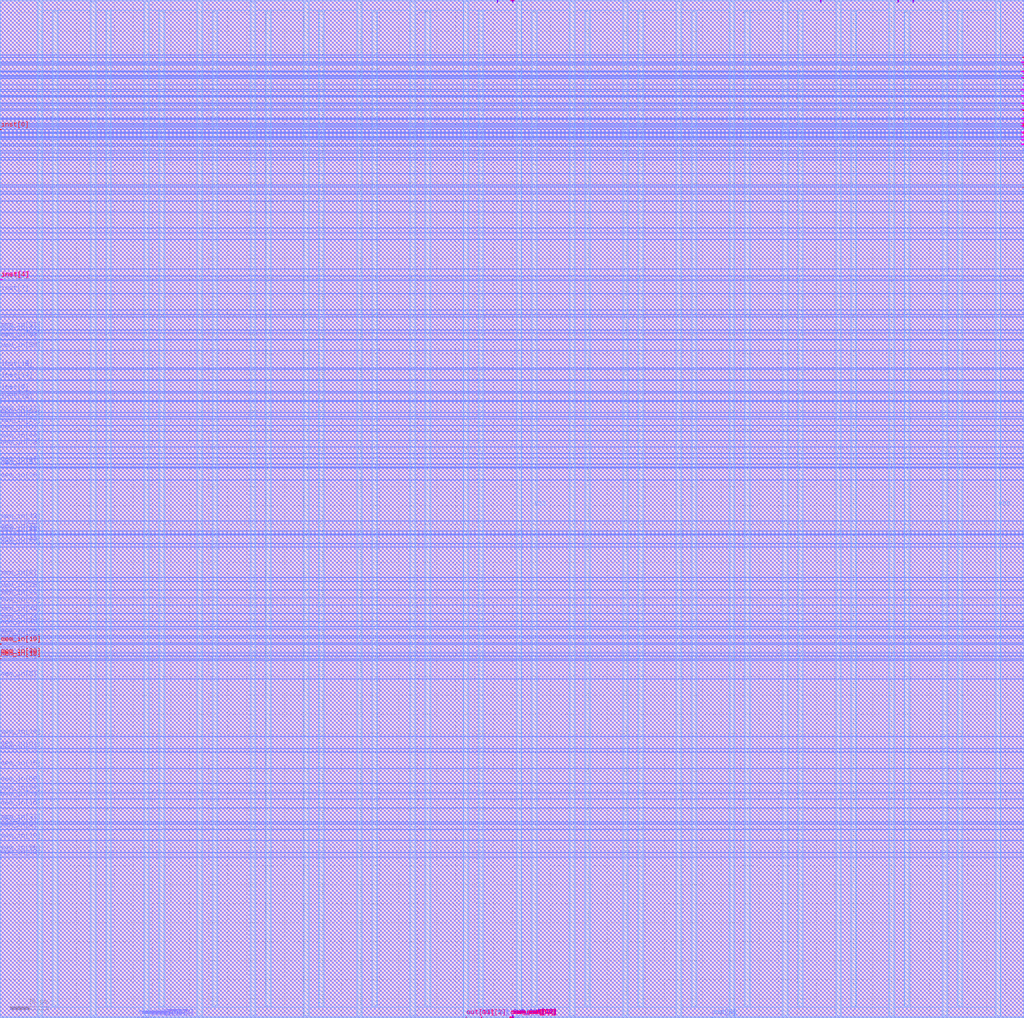
<source format=lef>
##
## LEF for PtnCells ;
## created by Innovus v15.23-s045_1 on Sun Mar  9 14:20:26 2025
##

VERSION 5.8 ;

BUSBITCHARS "[]" ;
DIVIDERCHAR "/" ;

MACRO core
  CLASS BLOCK ;
  SIZE 539.6000 BY 536.6000 ;
  FOREIGN core 0.0000 0.0000 ;
  ORIGIN 0 0 ;
  SYMMETRY X Y R90 ;
  PIN clk
    DIRECTION INPUT ;
    USE SIGNAL ;
    PORT
      LAYER M3 ;
        RECT 539.0800 261.7500 539.6000 261.8500 ;
    END
  END clk
  PIN sum_out[23]
    DIRECTION OUTPUT ;
    USE SIGNAL ;
    PORT
      LAYER M6 ;
        RECT 269.6500 536.0800 269.7500 536.6000 ;
    END
  END sum_out[23]
  PIN sum_out[22]
    DIRECTION OUTPUT ;
    USE SIGNAL ;
    PORT
      LAYER M2 ;
        RECT 269.6500 0.0000 269.7500 0.5200 ;
    END
  END sum_out[22]
  PIN sum_out[21]
    DIRECTION OUTPUT ;
    USE SIGNAL ;
    PORT
      LAYER M4 ;
        RECT 269.6500 0.0000 269.7500 0.5200 ;
    END
  END sum_out[21]
  PIN sum_out[20]
    DIRECTION OUTPUT ;
    USE SIGNAL ;
    PORT
      LAYER M6 ;
        RECT 269.8500 0.0000 269.9500 0.5200 ;
    END
  END sum_out[20]
  PIN sum_out[19]
    DIRECTION OUTPUT ;
    USE SIGNAL ;
    PORT
      LAYER M6 ;
        RECT 269.4500 0.0000 269.5500 0.5200 ;
    END
  END sum_out[19]
  PIN sum_out[18]
    DIRECTION OUTPUT ;
    USE SIGNAL ;
    PORT
      LAYER M8 ;
        RECT 269.9000 0.0000 270.3000 1.4150 ;
    END
  END sum_out[18]
  PIN sum_out[17]
    DIRECTION OUTPUT ;
    USE SIGNAL ;
    PORT
      LAYER M2 ;
        RECT 269.2500 536.0800 269.3500 536.6000 ;
    END
  END sum_out[17]
  PIN sum_out[16]
    DIRECTION OUTPUT ;
    USE SIGNAL ;
    PORT
      LAYER M4 ;
        RECT 269.2500 536.0800 269.3500 536.6000 ;
    END
  END sum_out[16]
  PIN sum_out[15]
    DIRECTION OUTPUT ;
    USE SIGNAL ;
    PORT
      LAYER M6 ;
        RECT 269.2500 536.0800 269.3500 536.6000 ;
    END
  END sum_out[15]
  PIN sum_out[14]
    DIRECTION OUTPUT ;
    USE SIGNAL ;
    PORT
      LAYER M2 ;
        RECT 269.2500 0.0000 269.3500 0.5200 ;
    END
  END sum_out[14]
  PIN sum_out[13]
    DIRECTION OUTPUT ;
    USE SIGNAL ;
    PORT
      LAYER M4 ;
        RECT 269.2500 0.0000 269.3500 0.5200 ;
    END
  END sum_out[13]
  PIN sum_out[12]
    DIRECTION OUTPUT ;
    USE SIGNAL ;
    PORT
      LAYER M6 ;
        RECT 270.2500 0.0000 270.3500 0.5200 ;
    END
  END sum_out[12]
  PIN sum_out[11]
    DIRECTION OUTPUT ;
    USE SIGNAL ;
    PORT
      LAYER M6 ;
        RECT 270.4500 536.0800 270.5500 536.6000 ;
    END
  END sum_out[11]
  PIN sum_out[10]
    DIRECTION OUTPUT ;
    USE SIGNAL ;
    PORT
      LAYER M6 ;
        RECT 269.0500 0.0000 269.1500 0.5200 ;
    END
  END sum_out[10]
  PIN sum_out[9]
    DIRECTION OUTPUT ;
    USE SIGNAL ;
    PORT
      LAYER M2 ;
        RECT 268.8500 536.0800 268.9500 536.6000 ;
    END
  END sum_out[9]
  PIN sum_out[8]
    DIRECTION OUTPUT ;
    USE SIGNAL ;
    PORT
      LAYER M4 ;
        RECT 268.8500 536.0800 268.9500 536.6000 ;
    END
  END sum_out[8]
  PIN sum_out[7]
    DIRECTION OUTPUT ;
    USE SIGNAL ;
    PORT
      LAYER M6 ;
        RECT 268.8500 536.0800 268.9500 536.6000 ;
    END
  END sum_out[7]
  PIN sum_out[6]
    DIRECTION OUTPUT ;
    USE SIGNAL ;
    PORT
      LAYER M2 ;
        RECT 268.8500 0.0000 268.9500 0.5200 ;
    END
  END sum_out[6]
  PIN sum_out[5]
    DIRECTION OUTPUT ;
    USE SIGNAL ;
    PORT
      LAYER M4 ;
        RECT 268.8500 0.0000 268.9500 0.5200 ;
    END
  END sum_out[5]
  PIN sum_out[4]
    DIRECTION OUTPUT ;
    USE SIGNAL ;
    PORT
      LAYER M6 ;
        RECT 270.6500 0.0000 270.7500 0.5200 ;
    END
  END sum_out[4]
  PIN sum_out[3]
    DIRECTION OUTPUT ;
    USE SIGNAL ;
    PORT
      LAYER M2 ;
        RECT 270.8500 536.0800 270.9500 536.6000 ;
    END
  END sum_out[3]
  PIN sum_out[2]
    DIRECTION OUTPUT ;
    USE SIGNAL ;
    PORT
      LAYER M4 ;
        RECT 270.8500 536.0800 270.9500 536.6000 ;
    END
  END sum_out[2]
  PIN sum_out[1]
    DIRECTION OUTPUT ;
    USE SIGNAL ;
    PORT
      LAYER M6 ;
        RECT 270.8500 536.0800 270.9500 536.6000 ;
    END
  END sum_out[1]
  PIN sum_out[0]
    DIRECTION OUTPUT ;
    USE SIGNAL ;
    PORT
      LAYER M6 ;
        RECT 268.6500 0.0000 268.7500 0.5200 ;
    END
  END sum_out[0]
  PIN mem_in[63]
    DIRECTION INPUT ;
    USE SIGNAL ;
    PORT
      LAYER M3 ;
        RECT 0.0000 315.5500 0.5200 315.6500 ;
    END
  END mem_in[63]
  PIN mem_in[62]
    DIRECTION INPUT ;
    USE SIGNAL ;
    PORT
      LAYER M3 ;
        RECT 0.0000 201.1500 0.5200 201.2500 ;
    END
  END mem_in[62]
  PIN mem_in[61]
    DIRECTION INPUT ;
    USE SIGNAL ;
    PORT
      LAYER M3 ;
        RECT 0.0000 141.9500 0.5200 142.0500 ;
    END
  END mem_in[61]
  PIN mem_in[60]
    DIRECTION INPUT ;
    USE SIGNAL ;
    PORT
      LAYER M3 ;
        RECT 0.0000 254.9500 0.5200 255.0500 ;
    END
  END mem_in[60]
  PIN mem_in[59]
    DIRECTION INPUT ;
    USE SIGNAL ;
    PORT
      LAYER M3 ;
        RECT 0.0000 123.3500 0.5200 123.4500 ;
    END
  END mem_in[59]
  PIN mem_in[58]
    DIRECTION INPUT ;
    USE SIGNAL ;
    PORT
      LAYER M3 ;
        RECT 0.0000 248.1500 0.5200 248.2500 ;
    END
  END mem_in[58]
  PIN mem_in[57]
    DIRECTION INPUT ;
    USE SIGNAL ;
    PORT
      LAYER M3 ;
        RECT 0.0000 189.1500 0.5200 189.2500 ;
    END
  END mem_in[57]
  PIN mem_in[56]
    DIRECTION INPUT ;
    USE SIGNAL ;
    PORT
      LAYER M3 ;
        RECT 0.0000 86.9500 0.5200 87.0500 ;
    END
  END mem_in[56]
  PIN mem_in[55]
    DIRECTION INPUT ;
    USE SIGNAL ;
    PORT
      LAYER M3 ;
        RECT 0.0000 221.3500 0.5200 221.4500 ;
    END
  END mem_in[55]
  PIN mem_in[54]
    DIRECTION INPUT ;
    USE SIGNAL ;
    PORT
      LAYER M3 ;
        RECT 0.0000 118.5500 0.5200 118.6500 ;
    END
  END mem_in[54]
  PIN mem_in[53]
    DIRECTION INPUT ;
    USE SIGNAL ;
    PORT
      LAYER M3 ;
        RECT 0.0000 316.9500 0.5200 317.0500 ;
    END
  END mem_in[53]
  PIN mem_in[52]
    DIRECTION INPUT ;
    USE SIGNAL ;
    PORT
      LAYER M3 ;
        RECT 0.0000 357.5500 0.5200 357.6500 ;
    END
  END mem_in[52]
  PIN mem_in[51]
    DIRECTION INPUT ;
    USE SIGNAL ;
    PORT
      LAYER M3 ;
        RECT 0.0000 362.5500 0.5200 362.6500 ;
    END
  END mem_in[51]
  PIN mem_in[50]
    DIRECTION INPUT ;
    USE SIGNAL ;
    PORT
      LAYER M3 ;
        RECT 0.0000 351.7500 0.5200 351.8500 ;
    END
  END mem_in[50]
  PIN mem_in[49]
    DIRECTION INPUT ;
    USE SIGNAL ;
    PORT
      LAYER M3 ;
        RECT 0.0000 206.1500 0.5200 206.2500 ;
    END
  END mem_in[49]
  PIN mem_in[48]
    DIRECTION INPUT ;
    USE SIGNAL ;
    PORT
      LAYER M3 ;
        RECT 0.0000 192.3500 0.5200 192.4500 ;
    END
  END mem_in[48]
  PIN mem_in[47]
    DIRECTION INPUT ;
    USE SIGNAL ;
    PORT
      LAYER M3 ;
        RECT 0.0000 190.5500 0.5200 190.6500 ;
    END
  END mem_in[47]
  PIN mem_in[46]
    DIRECTION INPUT ;
    USE SIGNAL ;
    PORT
      LAYER M3 ;
        RECT 0.0000 254.3500 0.5200 254.4500 ;
    END
  END mem_in[46]
  PIN mem_in[45]
    DIRECTION INPUT ;
    USE SIGNAL ;
    PORT
      LAYER M3 ;
        RECT 0.0000 197.5500 0.5200 197.6500 ;
    END
  END mem_in[45]
  PIN mem_in[44]
    DIRECTION INPUT ;
    USE SIGNAL ;
    PORT
      LAYER M3 ;
        RECT 0.0000 304.1500 0.5200 304.2500 ;
    END
  END mem_in[44]
  PIN mem_in[43]
    DIRECTION INPUT ;
    USE SIGNAL ;
    PORT
      LAYER M3 ;
        RECT 0.0000 261.7500 0.5200 261.8500 ;
    END
  END mem_in[43]
  PIN mem_in[42]
    DIRECTION INPUT ;
    USE SIGNAL ;
    PORT
      LAYER M3 ;
        RECT 0.0000 360.9500 0.5200 361.0500 ;
    END
  END mem_in[42]
  PIN mem_in[41]
    DIRECTION INPUT ;
    USE SIGNAL ;
    PORT
      LAYER M3 ;
        RECT 0.0000 289.7500 0.5200 289.8500 ;
    END
  END mem_in[41]
  PIN mem_in[40]
    DIRECTION INPUT ;
    USE SIGNAL ;
    PORT
      LAYER M3 ;
        RECT 0.0000 212.9500 0.5200 213.0500 ;
    END
  END mem_in[40]
  PIN mem_in[39]
    DIRECTION INPUT ;
    USE SIGNAL ;
    PORT
      LAYER M3 ;
        RECT 0.0000 115.1500 0.5200 115.2500 ;
    END
  END mem_in[39]
  PIN mem_in[38]
    DIRECTION INPUT ;
    USE SIGNAL ;
    PORT
      LAYER M3 ;
        RECT 0.0000 256.5500 0.5200 256.6500 ;
    END
  END mem_in[38]
  PIN mem_in[37]
    DIRECTION INPUT ;
    USE SIGNAL ;
    PORT
      LAYER M2 ;
        RECT 72.6500 0.0000 72.7500 0.5200 ;
    END
  END mem_in[37]
  PIN mem_in[36]
    DIRECTION INPUT ;
    USE SIGNAL ;
    PORT
      LAYER M2 ;
        RECT 74.6500 0.0000 74.7500 0.5200 ;
    END
  END mem_in[36]
  PIN mem_in[35]
    DIRECTION INPUT ;
    USE SIGNAL ;
    PORT
      LAYER M2 ;
        RECT 73.4500 0.0000 73.5500 0.5200 ;
    END
  END mem_in[35]
  PIN mem_in[34]
    DIRECTION INPUT ;
    USE SIGNAL ;
    PORT
      LAYER M2 ;
        RECT 77.2500 0.0000 77.3500 0.5200 ;
    END
  END mem_in[34]
  PIN mem_in[33]
    DIRECTION INPUT ;
    USE SIGNAL ;
    PORT
      LAYER M3 ;
        RECT 0.0000 103.1500 0.5200 103.2500 ;
    END
  END mem_in[33]
  PIN mem_in[32]
    DIRECTION INPUT ;
    USE SIGNAL ;
    PORT
      LAYER M3 ;
        RECT 0.0000 300.7500 0.5200 300.8500 ;
    END
  END mem_in[32]
  PIN mem_in[31]
    DIRECTION INPUT ;
    USE SIGNAL ;
    PORT
      LAYER M2 ;
        RECT 75.0500 0.0000 75.1500 0.5200 ;
    END
  END mem_in[31]
  PIN mem_in[30]
    DIRECTION INPUT ;
    USE SIGNAL ;
    PORT
      LAYER M5 ;
        RECT 0.0000 190.5500 0.5200 190.6500 ;
    END
  END mem_in[30]
  PIN mem_in[29]
    DIRECTION INPUT ;
    USE SIGNAL ;
    PORT
      LAYER M3 ;
        RECT 0.0000 249.9500 0.5200 250.0500 ;
    END
  END mem_in[29]
  PIN mem_in[28]
    DIRECTION INPUT ;
    USE SIGNAL ;
    PORT
      LAYER M3 ;
        RECT 0.0000 283.3500 0.5200 283.4500 ;
    END
  END mem_in[28]
  PIN mem_in[27]
    DIRECTION INPUT ;
    USE SIGNAL ;
    PORT
      LAYER M3 ;
        RECT 0.0000 200.1500 0.5200 200.2500 ;
    END
  END mem_in[27]
  PIN mem_in[26]
    DIRECTION INPUT ;
    USE SIGNAL ;
    PORT
      LAYER M3 ;
        RECT 0.0000 225.3500 0.5200 225.4500 ;
    END
  END mem_in[26]
  PIN mem_in[25]
    DIRECTION INPUT ;
    USE SIGNAL ;
    PORT
      LAYER M2 ;
        RECT 80.6500 0.0000 80.7500 0.5200 ;
    END
  END mem_in[25]
  PIN mem_in[24]
    DIRECTION INPUT ;
    USE SIGNAL ;
    PORT
      LAYER M3 ;
        RECT 0.0000 208.7500 0.5200 208.8500 ;
    END
  END mem_in[24]
  PIN mem_in[23]
    DIRECTION INPUT ;
    USE SIGNAL ;
    PORT
      LAYER M2 ;
        RECT 81.0500 0.0000 81.1500 0.5200 ;
    END
  END mem_in[23]
  PIN mem_in[22]
    DIRECTION INPUT ;
    USE SIGNAL ;
    PORT
      LAYER M2 ;
        RECT 76.6500 0.0000 76.7500 0.5200 ;
    END
  END mem_in[22]
  PIN mem_in[21]
    DIRECTION INPUT ;
    USE SIGNAL ;
    PORT
      LAYER M2 ;
        RECT 78.0500 0.0000 78.1500 0.5200 ;
    END
  END mem_in[21]
  PIN mem_in[20]
    DIRECTION INPUT ;
    USE SIGNAL ;
    PORT
      LAYER M3 ;
        RECT 0.0000 312.1500 0.5200 312.2500 ;
    END
  END mem_in[20]
  PIN mem_in[19]
    DIRECTION INPUT ;
    USE SIGNAL ;
    PORT
      LAYER M5 ;
        RECT 0.0000 196.9500 0.5200 197.0500 ;
    END
  END mem_in[19]
  PIN mem_in[18]
    DIRECTION INPUT ;
    USE SIGNAL ;
    PORT
      LAYER M5 ;
        RECT 0.0000 189.1500 0.5200 189.2500 ;
    END
  END mem_in[18]
  PIN mem_in[17]
    DIRECTION INPUT ;
    USE SIGNAL ;
    PORT
      LAYER M3 ;
        RECT 0.0000 291.9500 0.5200 292.0500 ;
    END
  END mem_in[17]
  PIN mem_in[16]
    DIRECTION INPUT ;
    USE SIGNAL ;
    PORT
      LAYER M3 ;
        RECT 0.0000 110.5500 0.5200 110.6500 ;
    END
  END mem_in[16]
  PIN mem_in[15]
    DIRECTION INPUT ;
    USE SIGNAL ;
    PORT
      LAYER M3 ;
        RECT 0.0000 131.3500 0.5200 131.4500 ;
    END
  END mem_in[15]
  PIN mem_in[14]
    DIRECTION INPUT ;
    USE SIGNAL ;
    PORT
      LAYER M3 ;
        RECT 0.0000 148.1500 0.5200 148.2500 ;
    END
  END mem_in[14]
  PIN mem_in[13]
    DIRECTION INPUT ;
    USE SIGNAL ;
    PORT
      LAYER M3 ;
        RECT 0.0000 84.5500 0.5200 84.6500 ;
    END
  END mem_in[13]
  PIN mem_in[12]
    DIRECTION INPUT ;
    USE SIGNAL ;
    PORT
      LAYER M3 ;
        RECT 0.0000 217.5500 0.5200 217.6500 ;
    END
  END mem_in[12]
  PIN mem_in[11]
    DIRECTION INPUT ;
    USE SIGNAL ;
    PORT
      LAYER M3 ;
        RECT 0.0000 318.9500 0.5200 319.0500 ;
    END
  END mem_in[11]
  PIN mem_in[10]
    DIRECTION INPUT ;
    USE SIGNAL ;
    PORT
      LAYER M3 ;
        RECT 0.0000 93.3500 0.5200 93.4500 ;
    END
  END mem_in[10]
  PIN mem_in[9]
    DIRECTION INPUT ;
    USE SIGNAL ;
    PORT
      LAYER M3 ;
        RECT 0.0000 290.3500 0.5200 290.4500 ;
    END
  END mem_in[9]
  PIN mem_in[8]
    DIRECTION INPUT ;
    USE SIGNAL ;
    PORT
      LAYER M3 ;
        RECT 0.0000 178.5500 0.5200 178.6500 ;
    END
  END mem_in[8]
  PIN mem_in[7]
    DIRECTION INPUT ;
    USE SIGNAL ;
    PORT
      LAYER M3 ;
        RECT 0.0000 188.3500 0.5200 188.4500 ;
    END
  END mem_in[7]
  PIN mem_in[6]
    DIRECTION INPUT ;
    USE SIGNAL ;
    PORT
      LAYER M3 ;
        RECT 0.0000 231.9500 0.5200 232.0500 ;
    END
  END mem_in[6]
  PIN mem_in[5]
    DIRECTION INPUT ;
    USE SIGNAL ;
    PORT
      LAYER M3 ;
        RECT 0.0000 308.9500 0.5200 309.0500 ;
    END
  END mem_in[5]
  PIN mem_in[4]
    DIRECTION INPUT ;
    USE SIGNAL ;
    PORT
      LAYER M3 ;
        RECT 0.0000 357.1500 0.5200 357.2500 ;
    END
  END mem_in[4]
  PIN mem_in[3]
    DIRECTION INPUT ;
    USE SIGNAL ;
    PORT
      LAYER M3 ;
        RECT 0.0000 102.1500 0.5200 102.2500 ;
    END
  END mem_in[3]
  PIN mem_in[2]
    DIRECTION INPUT ;
    USE SIGNAL ;
    PORT
      LAYER M3 ;
        RECT 0.0000 139.9500 0.5200 140.0500 ;
    END
  END mem_in[2]
  PIN mem_in[1]
    DIRECTION INPUT ;
    USE SIGNAL ;
    PORT
      LAYER M2 ;
        RECT 75.6500 0.0000 75.7500 0.5200 ;
    END
  END mem_in[1]
  PIN mem_in[0]
    DIRECTION INPUT ;
    USE SIGNAL ;
    PORT
      LAYER M3 ;
        RECT 0.0000 99.1500 0.5200 99.2500 ;
    END
  END mem_in[0]
  PIN out[159]
    DIRECTION OUTPUT ;
    USE SIGNAL ;
    PORT
      LAYER M3 ;
        RECT 539.0800 430.5500 539.6000 430.6500 ;
    END
  END out[159]
  PIN out[158]
    DIRECTION OUTPUT ;
    USE SIGNAL ;
    PORT
      LAYER M3 ;
        RECT 539.0800 444.9500 539.6000 445.0500 ;
    END
  END out[158]
  PIN out[157]
    DIRECTION OUTPUT ;
    USE SIGNAL ;
    PORT
      LAYER M3 ;
        RECT 539.0800 455.7500 539.6000 455.8500 ;
    END
  END out[157]
  PIN out[156]
    DIRECTION OUTPUT ;
    USE SIGNAL ;
    PORT
      LAYER M3 ;
        RECT 539.0800 413.7500 539.6000 413.8500 ;
    END
  END out[156]
  PIN out[155]
    DIRECTION OUTPUT ;
    USE SIGNAL ;
    PORT
      LAYER M3 ;
        RECT 539.0800 434.1500 539.6000 434.2500 ;
    END
  END out[155]
  PIN out[154]
    DIRECTION OUTPUT ;
    USE SIGNAL ;
    PORT
      LAYER M3 ;
        RECT 539.0800 495.3500 539.6000 495.4500 ;
    END
  END out[154]
  PIN out[153]
    DIRECTION OUTPUT ;
    USE SIGNAL ;
    PORT
      LAYER M3 ;
        RECT 539.0800 437.7500 539.6000 437.8500 ;
    END
  END out[153]
  PIN out[152]
    DIRECTION OUTPUT ;
    USE SIGNAL ;
    PORT
      LAYER M3 ;
        RECT 539.0800 452.1500 539.6000 452.2500 ;
    END
  END out[152]
  PIN out[151]
    DIRECTION OUTPUT ;
    USE SIGNAL ;
    PORT
      LAYER M5 ;
        RECT 539.0800 437.7500 539.6000 437.8500 ;
    END
  END out[151]
  PIN out[150]
    DIRECTION OUTPUT ;
    USE SIGNAL ;
    PORT
      LAYER M3 ;
        RECT 539.0800 369.3500 539.6000 369.4500 ;
    END
  END out[150]
  PIN out[149]
    DIRECTION OUTPUT ;
    USE SIGNAL ;
    PORT
      LAYER M3 ;
        RECT 539.0800 498.9500 539.6000 499.0500 ;
    END
  END out[149]
  PIN out[148]
    DIRECTION OUTPUT ;
    USE SIGNAL ;
    PORT
      LAYER M3 ;
        RECT 539.0800 496.5500 539.6000 496.6500 ;
    END
  END out[148]
  PIN out[147]
    DIRECTION OUTPUT ;
    USE SIGNAL ;
    PORT
      LAYER M3 ;
        RECT 539.0800 485.7500 539.6000 485.8500 ;
    END
  END out[147]
  PIN out[146]
    DIRECTION OUTPUT ;
    USE SIGNAL ;
    PORT
      LAYER M3 ;
        RECT 539.0800 489.3500 539.6000 489.4500 ;
    END
  END out[146]
  PIN out[145]
    DIRECTION OUTPUT ;
    USE SIGNAL ;
    PORT
      LAYER M3 ;
        RECT 539.0800 478.5500 539.6000 478.6500 ;
    END
  END out[145]
  PIN out[144]
    DIRECTION OUTPUT ;
    USE SIGNAL ;
    PORT
      LAYER M5 ;
        RECT 539.0800 489.3500 539.6000 489.4500 ;
    END
  END out[144]
  PIN out[143]
    DIRECTION OUTPUT ;
    USE SIGNAL ;
    PORT
      LAYER M5 ;
        RECT 539.0800 485.7500 539.6000 485.8500 ;
    END
  END out[143]
  PIN out[142]
    DIRECTION OUTPUT ;
    USE SIGNAL ;
    PORT
      LAYER M3 ;
        RECT 539.0800 482.1500 539.6000 482.2500 ;
    END
  END out[142]
  PIN out[141]
    DIRECTION OUTPUT ;
    USE SIGNAL ;
    PORT
      LAYER M7 ;
        RECT 538.1850 485.8000 539.6000 486.2000 ;
    END
  END out[141]
  PIN out[140]
    DIRECTION OUTPUT ;
    USE SIGNAL ;
    PORT
      LAYER M5 ;
        RECT 539.0800 482.1500 539.6000 482.2500 ;
    END
  END out[140]
  PIN out[139]
    DIRECTION OUTPUT ;
    USE SIGNAL ;
    PORT
      LAYER M3 ;
        RECT 539.0800 470.1500 539.6000 470.2500 ;
    END
  END out[139]
  PIN out[138]
    DIRECTION OUTPUT ;
    USE SIGNAL ;
    PORT
      LAYER M5 ;
        RECT 539.0800 478.5500 539.6000 478.6500 ;
    END
  END out[138]
  PIN out[137]
    DIRECTION OUTPUT ;
    USE SIGNAL ;
    PORT
      LAYER M3 ;
        RECT 539.0800 462.9500 539.6000 463.0500 ;
    END
  END out[137]
  PIN out[136]
    DIRECTION OUTPUT ;
    USE SIGNAL ;
    PORT
      LAYER M5 ;
        RECT 539.0800 462.9500 539.6000 463.0500 ;
    END
  END out[136]
  PIN out[135]
    DIRECTION OUTPUT ;
    USE SIGNAL ;
    PORT
      LAYER M3 ;
        RECT 539.0800 410.1500 539.6000 410.2500 ;
    END
  END out[135]
  PIN out[134]
    DIRECTION OUTPUT ;
    USE SIGNAL ;
    PORT
      LAYER M3 ;
        RECT 539.0800 460.5500 539.6000 460.6500 ;
    END
  END out[134]
  PIN out[133]
    DIRECTION OUTPUT ;
    USE SIGNAL ;
    PORT
      LAYER M3 ;
        RECT 539.0800 473.7500 539.6000 473.8500 ;
    END
  END out[133]
  PIN out[132]
    DIRECTION OUTPUT ;
    USE SIGNAL ;
    PORT
      LAYER M5 ;
        RECT 539.0800 470.1500 539.6000 470.2500 ;
    END
  END out[132]
  PIN out[131]
    DIRECTION OUTPUT ;
    USE SIGNAL ;
    PORT
      LAYER M7 ;
        RECT 538.1850 469.8000 539.6000 470.2000 ;
    END
  END out[131]
  PIN out[130]
    DIRECTION OUTPUT ;
    USE SIGNAL ;
    PORT
      LAYER M7 ;
        RECT 538.1850 478.6000 539.6000 479.0000 ;
    END
  END out[130]
  PIN out[129]
    DIRECTION OUTPUT ;
    USE SIGNAL ;
    PORT
      LAYER M5 ;
        RECT 539.0800 473.7500 539.6000 473.8500 ;
    END
  END out[129]
  PIN out[128]
    DIRECTION OUTPUT ;
    USE SIGNAL ;
    PORT
      LAYER M3 ;
        RECT 539.0800 478.1500 539.6000 478.2500 ;
    END
  END out[128]
  PIN out[127]
    DIRECTION OUTPUT ;
    USE SIGNAL ;
    PORT
      LAYER M3 ;
        RECT 539.0800 469.7500 539.6000 469.8500 ;
    END
  END out[127]
  PIN out[126]
    DIRECTION OUTPUT ;
    USE SIGNAL ;
    PORT
      LAYER M3 ;
        RECT 539.0800 466.5500 539.6000 466.6500 ;
    END
  END out[126]
  PIN out[125]
    DIRECTION OUTPUT ;
    USE SIGNAL ;
    PORT
      LAYER M5 ;
        RECT 539.0800 460.5500 539.6000 460.6500 ;
    END
  END out[125]
  PIN out[124]
    DIRECTION OUTPUT ;
    USE SIGNAL ;
    PORT
      LAYER M3 ;
        RECT 539.0800 464.1500 539.6000 464.2500 ;
    END
  END out[124]
  PIN out[123]
    DIRECTION OUTPUT ;
    USE SIGNAL ;
    PORT
      LAYER M7 ;
        RECT 538.1850 460.2000 539.6000 460.6000 ;
    END
  END out[123]
  PIN out[122]
    DIRECTION OUTPUT ;
    USE SIGNAL ;
    PORT
      LAYER M3 ;
        RECT 539.0800 438.9500 539.6000 439.0500 ;
    END
  END out[122]
  PIN out[121]
    DIRECTION OUTPUT ;
    USE SIGNAL ;
    PORT
      LAYER M3 ;
        RECT 539.0800 435.3500 539.6000 435.4500 ;
    END
  END out[121]
  PIN out[120]
    DIRECTION OUTPUT ;
    USE SIGNAL ;
    PORT
      LAYER M3 ;
        RECT 539.0800 370.5500 539.6000 370.6500 ;
    END
  END out[120]
  PIN out[119]
    DIRECTION OUTPUT ;
    USE SIGNAL ;
    PORT
      LAYER M2 ;
        RECT 473.2500 536.0800 473.3500 536.6000 ;
    END
  END out[119]
  PIN out[118]
    DIRECTION OUTPUT ;
    USE SIGNAL ;
    PORT
      LAYER M4 ;
        RECT 473.2500 536.0800 473.3500 536.6000 ;
    END
  END out[118]
  PIN out[117]
    DIRECTION OUTPUT ;
    USE SIGNAL ;
    PORT
      LAYER M6 ;
        RECT 473.2500 536.0800 473.3500 536.6000 ;
    END
  END out[117]
  PIN out[116]
    DIRECTION OUTPUT ;
    USE SIGNAL ;
    PORT
      LAYER M8 ;
        RECT 473.1000 535.1850 473.5000 536.6000 ;
    END
  END out[116]
  PIN out[115]
    DIRECTION OUTPUT ;
    USE SIGNAL ;
    PORT
      LAYER M7 ;
        RECT 538.1850 473.8000 539.6000 474.2000 ;
    END
  END out[115]
  PIN out[114]
    DIRECTION OUTPUT ;
    USE SIGNAL ;
    PORT
      LAYER M3 ;
        RECT 539.0800 471.3500 539.6000 471.4500 ;
    END
  END out[114]
  PIN out[113]
    DIRECTION OUTPUT ;
    USE SIGNAL ;
    PORT
      LAYER M3 ;
        RECT 539.0800 470.5500 539.6000 470.6500 ;
    END
  END out[113]
  PIN out[112]
    DIRECTION OUTPUT ;
    USE SIGNAL ;
    PORT
      LAYER M3 ;
        RECT 539.0800 502.5500 539.6000 502.6500 ;
    END
  END out[112]
  PIN out[111]
    DIRECTION OUTPUT ;
    USE SIGNAL ;
    PORT
      LAYER M5 ;
        RECT 539.0800 466.5500 539.6000 466.6500 ;
    END
  END out[111]
  PIN out[110]
    DIRECTION OUTPUT ;
    USE SIGNAL ;
    PORT
      LAYER M5 ;
        RECT 539.0800 464.1500 539.6000 464.2500 ;
    END
  END out[110]
  PIN out[109]
    DIRECTION OUTPUT ;
    USE SIGNAL ;
    PORT
      LAYER M2 ;
        RECT 416.2500 536.0800 416.3500 536.6000 ;
    END
  END out[109]
  PIN out[108]
    DIRECTION OUTPUT ;
    USE SIGNAL ;
    PORT
      LAYER M3 ;
        RECT 539.0800 453.3500 539.6000 453.4500 ;
    END
  END out[108]
  PIN out[107]
    DIRECTION OUTPUT ;
    USE SIGNAL ;
    PORT
      LAYER M3 ;
        RECT 539.0800 478.9500 539.6000 479.0500 ;
    END
  END out[107]
  PIN out[106]
    DIRECTION OUTPUT ;
    USE SIGNAL ;
    PORT
      LAYER M2 ;
        RECT 472.8500 536.0800 472.9500 536.6000 ;
    END
  END out[106]
  PIN out[105]
    DIRECTION OUTPUT ;
    USE SIGNAL ;
    PORT
      LAYER M3 ;
        RECT 539.0800 394.5500 539.6000 394.6500 ;
    END
  END out[105]
  PIN out[104]
    DIRECTION OUTPUT ;
    USE SIGNAL ;
    PORT
      LAYER M2 ;
        RECT 473.6500 536.0800 473.7500 536.6000 ;
    END
  END out[104]
  PIN out[103]
    DIRECTION OUTPUT ;
    USE SIGNAL ;
    PORT
      LAYER M5 ;
        RECT 539.0800 469.7500 539.6000 469.8500 ;
    END
  END out[103]
  PIN out[102]
    DIRECTION OUTPUT ;
    USE SIGNAL ;
    PORT
      LAYER M7 ;
        RECT 538.1850 466.6000 539.6000 467.0000 ;
    END
  END out[102]
  PIN out[101]
    DIRECTION OUTPUT ;
    USE SIGNAL ;
    PORT
      LAYER M7 ;
        RECT 538.1850 464.2000 539.6000 464.6000 ;
    END
  END out[101]
  PIN out[100]
    DIRECTION OUTPUT ;
    USE SIGNAL ;
    PORT
      LAYER M7 ;
        RECT 538.1850 462.6000 539.6000 463.0000 ;
    END
  END out[100]
  PIN out[99]
    DIRECTION OUTPUT ;
    USE SIGNAL ;
    PORT
      LAYER M7 ;
        RECT 538.1850 489.0000 539.6000 489.4000 ;
    END
  END out[99]
  PIN out[98]
    DIRECTION OUTPUT ;
    USE SIGNAL ;
    PORT
      LAYER M3 ;
        RECT 539.0800 488.1500 539.6000 488.2500 ;
    END
  END out[98]
  PIN out[97]
    DIRECTION OUTPUT ;
    USE SIGNAL ;
    PORT
      LAYER M3 ;
        RECT 539.0800 485.3500 539.6000 485.4500 ;
    END
  END out[97]
  PIN out[96]
    DIRECTION OUTPUT ;
    USE SIGNAL ;
    PORT
      LAYER M7 ;
        RECT 538.1850 481.8000 539.6000 482.2000 ;
    END
  END out[96]
  PIN out[95]
    DIRECTION OUTPUT ;
    USE SIGNAL ;
    PORT
      LAYER M3 ;
        RECT 539.0800 480.9500 539.6000 481.0500 ;
    END
  END out[95]
  PIN out[94]
    DIRECTION OUTPUT ;
    USE SIGNAL ;
    PORT
      LAYER M5 ;
        RECT 539.0800 478.1500 539.6000 478.2500 ;
    END
  END out[94]
  PIN out[93]
    DIRECTION OUTPUT ;
    USE SIGNAL ;
    PORT
      LAYER M2 ;
        RECT 489.2500 536.0800 489.3500 536.6000 ;
    END
  END out[93]
  PIN out[92]
    DIRECTION OUTPUT ;
    USE SIGNAL ;
    PORT
      LAYER M4 ;
        RECT 489.2500 536.0800 489.3500 536.6000 ;
    END
  END out[92]
  PIN out[91]
    DIRECTION OUTPUT ;
    USE SIGNAL ;
    PORT
      LAYER M3 ;
        RECT 539.0800 486.1500 539.6000 486.2500 ;
    END
  END out[91]
  PIN out[90]
    DIRECTION OUTPUT ;
    USE SIGNAL ;
    PORT
      LAYER M3 ;
        RECT 539.0800 372.9500 539.6000 373.0500 ;
    END
  END out[90]
  PIN out[89]
    DIRECTION OUTPUT ;
    USE SIGNAL ;
    PORT
      LAYER M3 ;
        RECT 539.0800 506.1500 539.6000 506.2500 ;
    END
  END out[89]
  PIN out[88]
    DIRECTION OUTPUT ;
    USE SIGNAL ;
    PORT
      LAYER M4 ;
        RECT 472.8500 536.0800 472.9500 536.6000 ;
    END
  END out[88]
  PIN out[87]
    DIRECTION OUTPUT ;
    USE SIGNAL ;
    PORT
      LAYER M3 ;
        RECT 539.0800 481.7500 539.6000 481.8500 ;
    END
  END out[87]
  PIN out[86]
    DIRECTION OUTPUT ;
    USE SIGNAL ;
    PORT
      LAYER M3 ;
        RECT 539.0800 503.7500 539.6000 503.8500 ;
    END
  END out[86]
  PIN out[85]
    DIRECTION OUTPUT ;
    USE SIGNAL ;
    PORT
      LAYER M5 ;
        RECT 539.0800 480.9500 539.6000 481.0500 ;
    END
  END out[85]
  PIN out[84]
    DIRECTION OUTPUT ;
    USE SIGNAL ;
    PORT
      LAYER M3 ;
        RECT 539.0800 473.3500 539.6000 473.4500 ;
    END
  END out[84]
  PIN out[83]
    DIRECTION OUTPUT ;
    USE SIGNAL ;
    PORT
      LAYER M5 ;
        RECT 539.0800 471.3500 539.6000 471.4500 ;
    END
  END out[83]
  PIN out[82]
    DIRECTION OUTPUT ;
    USE SIGNAL ;
    PORT
      LAYER M5 ;
        RECT 539.0800 470.5500 539.6000 470.6500 ;
    END
  END out[82]
  PIN out[81]
    DIRECTION OUTPUT ;
    USE SIGNAL ;
    PORT
      LAYER M3 ;
        RECT 539.0800 466.1500 539.6000 466.2500 ;
    END
  END out[81]
  PIN out[80]
    DIRECTION OUTPUT ;
    USE SIGNAL ;
    PORT
      LAYER M2 ;
        RECT 465.0500 536.0800 465.1500 536.6000 ;
    END
  END out[80]
  PIN out[79]
    DIRECTION OUTPUT ;
    USE SIGNAL ;
    PORT
      LAYER M3 ;
        RECT 539.0800 463.7500 539.6000 463.8500 ;
    END
  END out[79]
  PIN out[78]
    DIRECTION OUTPUT ;
    USE SIGNAL ;
    PORT
      LAYER M3 ;
        RECT 539.0800 456.9500 539.6000 457.0500 ;
    END
  END out[78]
  PIN out[77]
    DIRECTION OUTPUT ;
    USE SIGNAL ;
    PORT
      LAYER M3 ;
        RECT 539.0800 474.1500 539.6000 474.2500 ;
    END
  END out[77]
  PIN out[76]
    DIRECTION OUTPUT ;
    USE SIGNAL ;
    PORT
      LAYER M7 ;
        RECT 538.1850 471.4000 539.6000 471.8000 ;
    END
  END out[76]
  PIN out[75]
    DIRECTION OUTPUT ;
    USE SIGNAL ;
    PORT
      LAYER M2 ;
        RECT 432.4500 536.0800 432.5500 536.6000 ;
    END
  END out[75]
  PIN out[74]
    DIRECTION OUTPUT ;
    USE SIGNAL ;
    PORT
      LAYER M3 ;
        RECT 539.0800 424.5500 539.6000 424.6500 ;
    END
  END out[74]
  PIN out[73]
    DIRECTION OUTPUT ;
    USE SIGNAL ;
    PORT
      LAYER M3 ;
        RECT 539.0800 390.9500 539.6000 391.0500 ;
    END
  END out[73]
  PIN out[72]
    DIRECTION OUTPUT ;
    USE SIGNAL ;
    PORT
      LAYER M3 ;
        RECT 539.0800 469.3500 539.6000 469.4500 ;
    END
  END out[72]
  PIN out[71]
    DIRECTION OUTPUT ;
    USE SIGNAL ;
    PORT
      LAYER M3 ;
        RECT 539.0800 416.1500 539.6000 416.2500 ;
    END
  END out[71]
  PIN out[70]
    DIRECTION OUTPUT ;
    USE SIGNAL ;
    PORT
      LAYER M3 ;
        RECT 539.0800 466.9500 539.6000 467.0500 ;
    END
  END out[70]
  PIN out[69]
    DIRECTION OUTPUT ;
    USE SIGNAL ;
    PORT
      LAYER M4 ;
        RECT 416.2500 536.0800 416.3500 536.6000 ;
    END
  END out[69]
  PIN out[68]
    DIRECTION OUTPUT ;
    USE SIGNAL ;
    PORT
      LAYER M4 ;
        RECT 432.4500 536.0800 432.5500 536.6000 ;
    END
  END out[68]
  PIN out[67]
    DIRECTION OUTPUT ;
    USE SIGNAL ;
    PORT
      LAYER M6 ;
        RECT 432.4500 536.0800 432.5500 536.6000 ;
    END
  END out[67]
  PIN out[66]
    DIRECTION OUTPUT ;
    USE SIGNAL ;
    PORT
      LAYER M8 ;
        RECT 432.3000 535.1850 432.7000 536.6000 ;
    END
  END out[66]
  PIN out[65]
    DIRECTION OUTPUT ;
    USE SIGNAL ;
    PORT
      LAYER M3 ;
        RECT 539.0800 464.5500 539.6000 464.6500 ;
    END
  END out[65]
  PIN out[64]
    DIRECTION OUTPUT ;
    USE SIGNAL ;
    PORT
      LAYER M5 ;
        RECT 539.0800 498.9500 539.6000 499.0500 ;
    END
  END out[64]
  PIN out[63]
    DIRECTION OUTPUT ;
    USE SIGNAL ;
    PORT
      LAYER M5 ;
        RECT 539.0800 496.5500 539.6000 496.6500 ;
    END
  END out[63]
  PIN out[62]
    DIRECTION OUTPUT ;
    USE SIGNAL ;
    PORT
      LAYER M5 ;
        RECT 539.0800 495.3500 539.6000 495.4500 ;
    END
  END out[62]
  PIN out[61]
    DIRECTION OUTPUT ;
    USE SIGNAL ;
    PORT
      LAYER M3 ;
        RECT 539.0800 459.3500 539.6000 459.4500 ;
    END
  END out[61]
  PIN out[60]
    DIRECTION OUTPUT ;
    USE SIGNAL ;
    PORT
      LAYER M5 ;
        RECT 539.0800 466.1500 539.6000 466.2500 ;
    END
  END out[60]
  PIN out[59]
    DIRECTION OUTPUT ;
    USE SIGNAL ;
    PORT
      LAYER M2 ;
        RECT 481.2500 536.0800 481.3500 536.6000 ;
    END
  END out[59]
  PIN out[58]
    DIRECTION OUTPUT ;
    USE SIGNAL ;
    PORT
      LAYER M4 ;
        RECT 481.2500 536.0800 481.3500 536.6000 ;
    END
  END out[58]
  PIN out[57]
    DIRECTION OUTPUT ;
    USE SIGNAL ;
    PORT
      LAYER M7 ;
        RECT 538.1850 495.4000 539.6000 495.8000 ;
    END
  END out[57]
  PIN out[56]
    DIRECTION OUTPUT ;
    USE SIGNAL ;
    PORT
      LAYER M5 ;
        RECT 539.0800 506.1500 539.6000 506.2500 ;
    END
  END out[56]
  PIN out[55]
    DIRECTION OUTPUT ;
    USE SIGNAL ;
    PORT
      LAYER M4 ;
        RECT 465.0500 536.0800 465.1500 536.6000 ;
    END
  END out[55]
  PIN out[54]
    DIRECTION OUTPUT ;
    USE SIGNAL ;
    PORT
      LAYER M2 ;
        RECT 505.6500 536.0800 505.7500 536.6000 ;
    END
  END out[54]
  PIN out[53]
    DIRECTION OUTPUT ;
    USE SIGNAL ;
    PORT
      LAYER M4 ;
        RECT 505.6500 536.0800 505.7500 536.6000 ;
    END
  END out[53]
  PIN out[52]
    DIRECTION OUTPUT ;
    USE SIGNAL ;
    PORT
      LAYER M5 ;
        RECT 539.0800 503.7500 539.6000 503.8500 ;
    END
  END out[52]
  PIN out[51]
    DIRECTION OUTPUT ;
    USE SIGNAL ;
    PORT
      LAYER M7 ;
        RECT 538.1850 503.4000 539.6000 503.8000 ;
    END
  END out[51]
  PIN out[50]
    DIRECTION OUTPUT ;
    USE SIGNAL ;
    PORT
      LAYER M5 ;
        RECT 539.0800 502.5500 539.6000 502.6500 ;
    END
  END out[50]
  PIN out[49]
    DIRECTION OUTPUT ;
    USE SIGNAL ;
    PORT
      LAYER M3 ;
        RECT 539.0800 502.1500 539.6000 502.2500 ;
    END
  END out[49]
  PIN out[48]
    DIRECTION OUTPUT ;
    USE SIGNAL ;
    PORT
      LAYER M7 ;
        RECT 538.1850 498.6000 539.6000 499.0000 ;
    END
  END out[48]
  PIN out[47]
    DIRECTION OUTPUT ;
    USE SIGNAL ;
    PORT
      LAYER M3 ;
        RECT 539.0800 498.5500 539.6000 498.6500 ;
    END
  END out[47]
  PIN out[46]
    DIRECTION OUTPUT ;
    USE SIGNAL ;
    PORT
      LAYER M3 ;
        RECT 539.0800 496.1500 539.6000 496.2500 ;
    END
  END out[46]
  PIN out[45]
    DIRECTION OUTPUT ;
    USE SIGNAL ;
    PORT
      LAYER M3 ;
        RECT 539.0800 491.7500 539.6000 491.8500 ;
    END
  END out[45]
  PIN out[44]
    DIRECTION OUTPUT ;
    USE SIGNAL ;
    PORT
      LAYER M6 ;
        RECT 481.2500 536.0800 481.3500 536.6000 ;
    END
  END out[44]
  PIN out[43]
    DIRECTION OUTPUT ;
    USE SIGNAL ;
    PORT
      LAYER M3 ;
        RECT 539.0800 502.9500 539.6000 503.0500 ;
    END
  END out[43]
  PIN out[42]
    DIRECTION OUTPUT ;
    USE SIGNAL ;
    PORT
      LAYER M3 ;
        RECT 539.0800 507.3500 539.6000 507.4500 ;
    END
  END out[42]
  PIN out[41]
    DIRECTION OUTPUT ;
    USE SIGNAL ;
    PORT
      LAYER M8 ;
        RECT 481.1000 535.1850 481.5000 536.6000 ;
    END
  END out[41]
  PIN out[40]
    DIRECTION OUTPUT ;
    USE SIGNAL ;
    PORT
      LAYER M3 ;
        RECT 539.0800 494.9500 539.6000 495.0500 ;
    END
  END out[40]
  PIN out[39]
    DIRECTION OUTPUT ;
    USE SIGNAL ;
    PORT
      LAYER M2 ;
        RECT 270.0500 536.0800 270.1500 536.6000 ;
    END
  END out[39]
  PIN out[38]
    DIRECTION OUTPUT ;
    USE SIGNAL ;
    PORT
      LAYER M4 ;
        RECT 270.0500 536.0800 270.1500 536.6000 ;
    END
  END out[38]
  PIN out[37]
    DIRECTION OUTPUT ;
    USE SIGNAL ;
    PORT
      LAYER M2 ;
        RECT 261.8500 536.0800 261.9500 536.6000 ;
    END
  END out[37]
  PIN out[36]
    DIRECTION OUTPUT ;
    USE SIGNAL ;
    PORT
      LAYER M4 ;
        RECT 261.8500 536.0800 261.9500 536.6000 ;
    END
  END out[36]
  PIN out[35]
    DIRECTION OUTPUT ;
    USE SIGNAL ;
    PORT
      LAYER M3 ;
        RECT 539.0800 294.9500 539.6000 295.0500 ;
    END
  END out[35]
  PIN out[34]
    DIRECTION OUTPUT ;
    USE SIGNAL ;
    PORT
      LAYER M6 ;
        RECT 270.0500 536.0800 270.1500 536.6000 ;
    END
  END out[34]
  PIN out[33]
    DIRECTION OUTPUT ;
    USE SIGNAL ;
    PORT
      LAYER M2 ;
        RECT 83.2500 536.0800 83.3500 536.6000 ;
    END
  END out[33]
  PIN out[32]
    DIRECTION OUTPUT ;
    USE SIGNAL ;
    PORT
      LAYER M2 ;
        RECT 270.4500 536.0800 270.5500 536.6000 ;
    END
  END out[32]
  PIN out[31]
    DIRECTION OUTPUT ;
    USE SIGNAL ;
    PORT
      LAYER M2 ;
        RECT 480.8500 536.0800 480.9500 536.6000 ;
    END
  END out[31]
  PIN out[30]
    DIRECTION OUTPUT ;
    USE SIGNAL ;
    PORT
      LAYER M2 ;
        RECT 253.6500 536.0800 253.7500 536.6000 ;
    END
  END out[30]
  PIN out[29]
    DIRECTION OUTPUT ;
    USE SIGNAL ;
    PORT
      LAYER M6 ;
        RECT 261.8500 536.0800 261.9500 536.6000 ;
    END
  END out[29]
  PIN out[28]
    DIRECTION OUTPUT ;
    USE SIGNAL ;
    PORT
      LAYER M2 ;
        RECT 245.6500 536.0800 245.7500 536.6000 ;
    END
  END out[28]
  PIN out[27]
    DIRECTION OUTPUT ;
    USE SIGNAL ;
    PORT
      LAYER M8 ;
        RECT 269.9000 535.1850 270.3000 536.6000 ;
    END
  END out[27]
  PIN out[26]
    DIRECTION OUTPUT ;
    USE SIGNAL ;
    PORT
      LAYER M8 ;
        RECT 261.9000 535.1850 262.3000 536.6000 ;
    END
  END out[26]
  PIN out[25]
    DIRECTION OUTPUT ;
    USE SIGNAL ;
    PORT
      LAYER M2 ;
        RECT 269.6500 536.0800 269.7500 536.6000 ;
    END
  END out[25]
  PIN out[24]
    DIRECTION OUTPUT ;
    USE SIGNAL ;
    PORT
      LAYER M4 ;
        RECT 269.6500 536.0800 269.7500 536.6000 ;
    END
  END out[24]
  PIN out[23]
    DIRECTION OUTPUT ;
    USE SIGNAL ;
    PORT
      LAYER M4 ;
        RECT 270.4500 536.0800 270.5500 536.6000 ;
    END
  END out[23]
  PIN out[22]
    DIRECTION OUTPUT ;
    USE SIGNAL ;
    PORT
      LAYER M2 ;
        RECT 245.6500 0.0000 245.7500 0.5200 ;
    END
  END out[22]
  PIN out[21]
    DIRECTION OUTPUT ;
    USE SIGNAL ;
    PORT
      LAYER M3 ;
        RECT 539.0800 297.3500 539.6000 297.4500 ;
    END
  END out[21]
  PIN out[20]
    DIRECTION OUTPUT ;
    USE SIGNAL ;
    PORT
      LAYER M4 ;
        RECT 245.6500 536.0800 245.7500 536.6000 ;
    END
  END out[20]
  PIN out[19]
    DIRECTION OUTPUT ;
    USE SIGNAL ;
    PORT
      LAYER M4 ;
        RECT 245.6500 0.0000 245.7500 0.5200 ;
    END
  END out[19]
  PIN out[18]
    DIRECTION OUTPUT ;
    USE SIGNAL ;
    PORT
      LAYER M2 ;
        RECT 481.6500 536.0800 481.7500 536.6000 ;
    END
  END out[18]
  PIN out[17]
    DIRECTION OUTPUT ;
    USE SIGNAL ;
    PORT
      LAYER M2 ;
        RECT 253.6500 0.0000 253.7500 0.5200 ;
    END
  END out[17]
  PIN out[16]
    DIRECTION OUTPUT ;
    USE SIGNAL ;
    PORT
      LAYER M2 ;
        RECT 252.8500 0.0000 252.9500 0.5200 ;
    END
  END out[16]
  PIN out[15]
    DIRECTION OUTPUT ;
    USE SIGNAL ;
    PORT
      LAYER M2 ;
        RECT 270.0500 0.0000 270.1500 0.5200 ;
    END
  END out[15]
  PIN out[14]
    DIRECTION OUTPUT ;
    USE SIGNAL ;
    PORT
      LAYER M2 ;
        RECT 272.4500 0.0000 272.5500 0.5200 ;
    END
  END out[14]
  PIN out[13]
    DIRECTION OUTPUT ;
    USE SIGNAL ;
    PORT
      LAYER M2 ;
        RECT 448.6500 536.0800 448.7500 536.6000 ;
    END
  END out[13]
  PIN out[12]
    DIRECTION OUTPUT ;
    USE SIGNAL ;
    PORT
      LAYER M4 ;
        RECT 473.6500 536.0800 473.7500 536.6000 ;
    END
  END out[12]
  PIN out[11]
    DIRECTION OUTPUT ;
    USE SIGNAL ;
    PORT
      LAYER M6 ;
        RECT 245.6500 0.0000 245.7500 0.5200 ;
    END
  END out[11]
  PIN out[10]
    DIRECTION OUTPUT ;
    USE SIGNAL ;
    PORT
      LAYER M2 ;
        RECT 270.6500 0.0000 270.7500 0.5200 ;
    END
  END out[10]
  PIN out[9]
    DIRECTION OUTPUT ;
    USE SIGNAL ;
    PORT
      LAYER M2 ;
        RECT 375.6500 0.0000 375.7500 0.5200 ;
    END
  END out[9]
  PIN out[8]
    DIRECTION OUTPUT ;
    USE SIGNAL ;
    PORT
      LAYER M4 ;
        RECT 375.6500 0.0000 375.7500 0.5200 ;
    END
  END out[8]
  PIN out[7]
    DIRECTION OUTPUT ;
    USE SIGNAL ;
    PORT
      LAYER M2 ;
        RECT 261.8500 0.0000 261.9500 0.5200 ;
    END
  END out[7]
  PIN out[6]
    DIRECTION OUTPUT ;
    USE SIGNAL ;
    PORT
      LAYER M4 ;
        RECT 253.6500 0.0000 253.7500 0.5200 ;
    END
  END out[6]
  PIN out[5]
    DIRECTION OUTPUT ;
    USE SIGNAL ;
    PORT
      LAYER M2 ;
        RECT 245.2500 0.0000 245.3500 0.5200 ;
    END
  END out[5]
  PIN out[4]
    DIRECTION OUTPUT ;
    USE SIGNAL ;
    PORT
      LAYER M2 ;
        RECT 246.0500 0.0000 246.1500 0.5200 ;
    END
  END out[4]
  PIN out[3]
    DIRECTION OUTPUT ;
    USE SIGNAL ;
    PORT
      LAYER M2 ;
        RECT 375.0500 0.0000 375.1500 0.5200 ;
    END
  END out[3]
  PIN out[2]
    DIRECTION OUTPUT ;
    USE SIGNAL ;
    PORT
      LAYER M6 ;
        RECT 253.6500 0.0000 253.7500 0.5200 ;
    END
  END out[2]
  PIN out[1]
    DIRECTION OUTPUT ;
    USE SIGNAL ;
    PORT
      LAYER M4 ;
        RECT 270.0500 0.0000 270.1500 0.5200 ;
    END
  END out[1]
  PIN out[0]
    DIRECTION OUTPUT ;
    USE SIGNAL ;
    PORT
      LAYER M4 ;
        RECT 270.6500 0.0000 270.7500 0.5200 ;
    END
  END out[0]
  PIN inst[16]
    DIRECTION INPUT ;
    USE SIGNAL ;
    PORT
      LAYER M3 ;
        RECT 539.0800 204.7500 539.6000 204.8500 ;
    END
  END inst[16]
  PIN inst[15]
    DIRECTION INPUT ;
    USE SIGNAL ;
    PORT
      LAYER M3 ;
        RECT 0.0000 341.7500 0.5200 341.8500 ;
    END
  END inst[15]
  PIN inst[14]
    DIRECTION INPUT ;
    USE SIGNAL ;
    PORT
      LAYER M3 ;
        RECT 0.0000 336.1500 0.5200 336.2500 ;
    END
  END inst[14]
  PIN inst[13]
    DIRECTION INPUT ;
    USE SIGNAL ;
    PORT
      LAYER M3 ;
        RECT 0.0000 335.7500 0.5200 335.8500 ;
    END
  END inst[13]
  PIN inst[12]
    DIRECTION INPUT ;
    USE SIGNAL ;
    PORT
      LAYER M3 ;
        RECT 0.0000 342.5500 0.5200 342.6500 ;
    END
  END inst[12]
  PIN inst[11]
    DIRECTION INPUT ;
    USE SIGNAL ;
    PORT
      LAYER M3 ;
        RECT 0.0000 325.3500 0.5200 325.4500 ;
    END
  END inst[11]
  PIN inst[10]
    DIRECTION INPUT ;
    USE SIGNAL ;
    PORT
      LAYER M3 ;
        RECT 0.0000 324.7500 0.5200 324.8500 ;
    END
  END inst[10]
  PIN inst[9]
    DIRECTION INPUT ;
    USE SIGNAL ;
    PORT
      LAYER M3 ;
        RECT 0.0000 329.3500 0.5200 329.4500 ;
    END
  END inst[9]
  PIN inst[8]
    DIRECTION INPUT ;
    USE SIGNAL ;
    PORT
      LAYER M3 ;
        RECT 0.0000 329.9500 0.5200 330.0500 ;
    END
  END inst[8]
  PIN inst[7]
    DIRECTION INPUT ;
    USE SIGNAL ;
    PORT
      LAYER M3 ;
        RECT 0.0000 381.7500 0.5200 381.8500 ;
    END
  END inst[7]
  PIN inst[6]
    DIRECTION INPUT ;
    USE SIGNAL ;
    PORT
      LAYER M3 ;
        RECT 0.0000 196.7500 0.5200 196.8500 ;
    END
  END inst[6]
  PIN inst[5]
    DIRECTION INPUT ;
    USE SIGNAL ;
    PORT
      LAYER M3 ;
        RECT 0.0000 388.9500 0.5200 389.0500 ;
    END
  END inst[5]
  PIN inst[4]
    DIRECTION INPUT ;
    USE SIGNAL ;
    PORT
      LAYER M5 ;
        RECT 0.0000 388.9500 0.5200 389.0500 ;
    END
  END inst[4]
  PIN inst[3]
    DIRECTION INPUT ;
    USE SIGNAL ;
    PORT
      LAYER M7 ;
        RECT 0.0000 389.0000 1.4150 389.4000 ;
    END
  END inst[3]
  PIN inst[2]
    DIRECTION INPUT ;
    USE SIGNAL ;
    PORT
      LAYER M3 ;
        RECT 0.0000 388.5500 0.5200 388.6500 ;
    END
  END inst[2]
  PIN inst[1]
    DIRECTION INPUT ;
    USE SIGNAL ;
    PORT
      LAYER M3 ;
        RECT 0.0000 468.1500 0.5200 468.2500 ;
    END
  END inst[1]
  PIN inst[0]
    DIRECTION INPUT ;
    USE SIGNAL ;
    PORT
      LAYER M5 ;
        RECT 0.0000 468.1500 0.5200 468.2500 ;
    END
  END inst[0]
  PIN reset
    DIRECTION INPUT ;
    USE SIGNAL ;
    PORT
      LAYER M3 ;
        RECT 539.0800 229.9500 539.6000 230.0500 ;
    END
  END reset
  PIN VSS
    DIRECTION INOUT ;
    USE GROUND ;

# P/G power stripe data as pin
    PORT
      LAYER M4 ;
        RECT 252.4400 6.0000 254.4400 530.6000 ;
        RECT 224.3850 6.0000 226.3850 530.6000 ;
        RECT 28.0000 6.0000 30.0000 530.6000 ;
        RECT 56.0550 6.0000 58.0550 530.6000 ;
        RECT 84.1100 6.0000 86.1100 530.6000 ;
        RECT 112.1650 6.0000 114.1650 530.6000 ;
        RECT 140.2200 6.0000 142.2200 530.6000 ;
        RECT 168.2750 6.0000 170.2750 530.6000 ;
        RECT 196.3300 6.0000 198.3300 530.6000 ;
        RECT 504.9350 6.0000 506.9350 530.6000 ;
        RECT 476.8800 6.0000 478.8800 530.6000 ;
        RECT 448.8250 6.0000 450.8250 530.6000 ;
        RECT 420.7700 6.0000 422.7700 530.6000 ;
        RECT 392.7150 6.0000 394.7150 530.6000 ;
        RECT 364.6600 6.0000 366.6600 530.6000 ;
        RECT 336.6050 6.0000 338.6050 530.6000 ;
        RECT 308.5500 6.0000 310.5500 530.6000 ;
        RECT 280.4950 6.0000 282.4950 530.6000 ;
    END
# end of P/G power stripe data as pin

  END VSS
  PIN VDD
    DIRECTION INOUT ;
    USE POWER ;

# P/G power stripe data as pin
    PORT
      LAYER M4 ;
        RECT 20.0000 1.0000 22.0000 535.6000 ;
        RECT 48.0550 1.0000 50.0550 535.6000 ;
        RECT 76.1100 1.0000 78.1100 535.6000 ;
        RECT 104.1650 1.0000 106.1650 535.6000 ;
        RECT 132.2200 1.0000 134.2200 535.6000 ;
        RECT 160.2750 1.0000 162.2750 535.6000 ;
        RECT 188.3300 1.0000 190.3300 535.6000 ;
        RECT 216.3850 1.0000 218.3850 535.6000 ;
        RECT 244.4400 1.0000 246.4400 535.6000 ;
        RECT 272.4950 1.0000 274.4950 535.6000 ;
        RECT 300.5500 1.0000 302.5500 535.6000 ;
        RECT 328.6050 1.0000 330.6050 535.6000 ;
        RECT 356.6600 1.0000 358.6600 535.6000 ;
        RECT 384.7150 1.0000 386.7150 535.6000 ;
        RECT 412.7700 1.0000 414.7700 535.6000 ;
        RECT 440.8250 1.0000 442.8250 535.6000 ;
        RECT 468.8800 1.0000 470.8800 535.6000 ;
        RECT 496.9350 1.0000 498.9350 535.6000 ;
        RECT 524.9900 1.0000 526.9900 535.6000 ;
    END
# end of P/G power stripe data as pin

  END VDD
  OBS
    LAYER M1 ;
      RECT 0.0000 0.0000 539.6000 536.6000 ;
    LAYER M2 ;
      RECT 505.8500 535.9800 539.6000 536.6000 ;
      RECT 489.4500 535.9800 505.5500 536.6000 ;
      RECT 481.8500 535.9800 489.1500 536.6000 ;
      RECT 481.4500 535.9800 481.5500 536.6000 ;
      RECT 481.0500 535.9800 481.1500 536.6000 ;
      RECT 473.8500 535.9800 480.7500 536.6000 ;
      RECT 473.4500 535.9800 473.5500 536.6000 ;
      RECT 473.0500 535.9800 473.1500 536.6000 ;
      RECT 465.2500 535.9800 472.7500 536.6000 ;
      RECT 448.8500 535.9800 464.9500 536.6000 ;
      RECT 432.6500 535.9800 448.5500 536.6000 ;
      RECT 416.4500 535.9800 432.3500 536.6000 ;
      RECT 271.0500 535.9800 416.1500 536.6000 ;
      RECT 270.6500 535.9800 270.7500 536.6000 ;
      RECT 270.2500 535.9800 270.3500 536.6000 ;
      RECT 269.8500 535.9800 269.9500 536.6000 ;
      RECT 269.4500 535.9800 269.5500 536.6000 ;
      RECT 269.0500 535.9800 269.1500 536.6000 ;
      RECT 262.0500 535.9800 268.7500 536.6000 ;
      RECT 253.8500 535.9800 261.7500 536.6000 ;
      RECT 245.8500 535.9800 253.5500 536.6000 ;
      RECT 83.4500 535.9800 245.5500 536.6000 ;
      RECT 0.0000 535.9800 83.1500 536.6000 ;
      RECT 0.0000 0.6200 539.6000 535.9800 ;
      RECT 375.8500 0.0000 539.6000 0.6200 ;
      RECT 375.2500 0.0000 375.5500 0.6200 ;
      RECT 272.6500 0.0000 374.9500 0.6200 ;
      RECT 270.8500 0.0000 272.3500 0.6200 ;
      RECT 270.2500 0.0000 270.5500 0.6200 ;
      RECT 269.8500 0.0000 269.9500 0.6200 ;
      RECT 269.4500 0.0000 269.5500 0.6200 ;
      RECT 269.0500 0.0000 269.1500 0.6200 ;
      RECT 262.0500 0.0000 268.7500 0.6200 ;
      RECT 253.8500 0.0000 261.7500 0.6200 ;
      RECT 253.0500 0.0000 253.5500 0.6200 ;
      RECT 246.2500 0.0000 252.7500 0.6200 ;
      RECT 245.8500 0.0000 245.9500 0.6200 ;
      RECT 245.4500 0.0000 245.5500 0.6200 ;
      RECT 81.2500 0.0000 245.1500 0.6200 ;
      RECT 80.8500 0.0000 80.9500 0.6200 ;
      RECT 78.2500 0.0000 80.5500 0.6200 ;
      RECT 77.4500 0.0000 77.9500 0.6200 ;
      RECT 76.8500 0.0000 77.1500 0.6200 ;
      RECT 75.8500 0.0000 76.5500 0.6200 ;
      RECT 75.2500 0.0000 75.5500 0.6200 ;
      RECT 74.8500 0.0000 74.9500 0.6200 ;
      RECT 73.6500 0.0000 74.5500 0.6200 ;
      RECT 72.8500 0.0000 73.3500 0.6200 ;
      RECT 0.0000 0.0000 72.5500 0.6200 ;
    LAYER M3 ;
      RECT 0.0000 507.5500 539.6000 536.6000 ;
      RECT 0.0000 507.2500 538.9800 507.5500 ;
      RECT 0.0000 506.3500 539.6000 507.2500 ;
      RECT 0.0000 506.0500 538.9800 506.3500 ;
      RECT 0.0000 503.9500 539.6000 506.0500 ;
      RECT 0.0000 503.6500 538.9800 503.9500 ;
      RECT 0.0000 503.1500 539.6000 503.6500 ;
      RECT 0.0000 502.8500 538.9800 503.1500 ;
      RECT 0.0000 502.7500 539.6000 502.8500 ;
      RECT 0.0000 502.4500 538.9800 502.7500 ;
      RECT 0.0000 502.3500 539.6000 502.4500 ;
      RECT 0.0000 502.0500 538.9800 502.3500 ;
      RECT 0.0000 499.1500 539.6000 502.0500 ;
      RECT 0.0000 498.8500 538.9800 499.1500 ;
      RECT 0.0000 498.7500 539.6000 498.8500 ;
      RECT 0.0000 498.4500 538.9800 498.7500 ;
      RECT 0.0000 496.7500 539.6000 498.4500 ;
      RECT 0.0000 496.4500 538.9800 496.7500 ;
      RECT 0.0000 496.3500 539.6000 496.4500 ;
      RECT 0.0000 496.0500 538.9800 496.3500 ;
      RECT 0.0000 495.5500 539.6000 496.0500 ;
      RECT 0.0000 495.2500 538.9800 495.5500 ;
      RECT 0.0000 495.1500 539.6000 495.2500 ;
      RECT 0.0000 494.8500 538.9800 495.1500 ;
      RECT 0.0000 491.9500 539.6000 494.8500 ;
      RECT 0.0000 491.6500 538.9800 491.9500 ;
      RECT 0.0000 489.5500 539.6000 491.6500 ;
      RECT 0.0000 489.2500 538.9800 489.5500 ;
      RECT 0.0000 488.3500 539.6000 489.2500 ;
      RECT 0.0000 488.0500 538.9800 488.3500 ;
      RECT 0.0000 486.3500 539.6000 488.0500 ;
      RECT 0.0000 486.0500 538.9800 486.3500 ;
      RECT 0.0000 485.9500 539.6000 486.0500 ;
      RECT 0.0000 485.6500 538.9800 485.9500 ;
      RECT 0.0000 485.5500 539.6000 485.6500 ;
      RECT 0.0000 485.2500 538.9800 485.5500 ;
      RECT 0.0000 482.3500 539.6000 485.2500 ;
      RECT 0.0000 482.0500 538.9800 482.3500 ;
      RECT 0.0000 481.9500 539.6000 482.0500 ;
      RECT 0.0000 481.6500 538.9800 481.9500 ;
      RECT 0.0000 481.1500 539.6000 481.6500 ;
      RECT 0.0000 480.8500 538.9800 481.1500 ;
      RECT 0.0000 479.1500 539.6000 480.8500 ;
      RECT 0.0000 478.8500 538.9800 479.1500 ;
      RECT 0.0000 478.7500 539.6000 478.8500 ;
      RECT 0.0000 478.4500 538.9800 478.7500 ;
      RECT 0.0000 478.3500 539.6000 478.4500 ;
      RECT 0.0000 478.0500 538.9800 478.3500 ;
      RECT 0.0000 474.3500 539.6000 478.0500 ;
      RECT 0.0000 474.0500 538.9800 474.3500 ;
      RECT 0.0000 473.9500 539.6000 474.0500 ;
      RECT 0.0000 473.6500 538.9800 473.9500 ;
      RECT 0.0000 473.5500 539.6000 473.6500 ;
      RECT 0.0000 473.2500 538.9800 473.5500 ;
      RECT 0.0000 471.5500 539.6000 473.2500 ;
      RECT 0.0000 471.2500 538.9800 471.5500 ;
      RECT 0.0000 470.7500 539.6000 471.2500 ;
      RECT 0.0000 470.4500 538.9800 470.7500 ;
      RECT 0.0000 470.3500 539.6000 470.4500 ;
      RECT 0.0000 470.0500 538.9800 470.3500 ;
      RECT 0.0000 469.9500 539.6000 470.0500 ;
      RECT 0.0000 469.6500 538.9800 469.9500 ;
      RECT 0.0000 469.5500 539.6000 469.6500 ;
      RECT 0.0000 469.2500 538.9800 469.5500 ;
      RECT 0.0000 468.3500 539.6000 469.2500 ;
      RECT 0.6200 468.0500 539.6000 468.3500 ;
      RECT 0.0000 467.1500 539.6000 468.0500 ;
      RECT 0.0000 466.8500 538.9800 467.1500 ;
      RECT 0.0000 466.7500 539.6000 466.8500 ;
      RECT 0.0000 466.4500 538.9800 466.7500 ;
      RECT 0.0000 466.3500 539.6000 466.4500 ;
      RECT 0.0000 466.0500 538.9800 466.3500 ;
      RECT 0.0000 464.7500 539.6000 466.0500 ;
      RECT 0.0000 464.4500 538.9800 464.7500 ;
      RECT 0.0000 464.3500 539.6000 464.4500 ;
      RECT 0.0000 464.0500 538.9800 464.3500 ;
      RECT 0.0000 463.9500 539.6000 464.0500 ;
      RECT 0.0000 463.6500 538.9800 463.9500 ;
      RECT 0.0000 463.1500 539.6000 463.6500 ;
      RECT 0.0000 462.8500 538.9800 463.1500 ;
      RECT 0.0000 460.7500 539.6000 462.8500 ;
      RECT 0.0000 460.4500 538.9800 460.7500 ;
      RECT 0.0000 459.5500 539.6000 460.4500 ;
      RECT 0.0000 459.2500 538.9800 459.5500 ;
      RECT 0.0000 457.1500 539.6000 459.2500 ;
      RECT 0.0000 456.8500 538.9800 457.1500 ;
      RECT 0.0000 455.9500 539.6000 456.8500 ;
      RECT 0.0000 455.6500 538.9800 455.9500 ;
      RECT 0.0000 453.5500 539.6000 455.6500 ;
      RECT 0.0000 453.2500 538.9800 453.5500 ;
      RECT 0.0000 452.3500 539.6000 453.2500 ;
      RECT 0.0000 452.0500 538.9800 452.3500 ;
      RECT 0.0000 445.1500 539.6000 452.0500 ;
      RECT 0.0000 444.8500 538.9800 445.1500 ;
      RECT 0.0000 439.1500 539.6000 444.8500 ;
      RECT 0.0000 438.8500 538.9800 439.1500 ;
      RECT 0.0000 437.9500 539.6000 438.8500 ;
      RECT 0.0000 437.6500 538.9800 437.9500 ;
      RECT 0.0000 435.5500 539.6000 437.6500 ;
      RECT 0.0000 435.2500 538.9800 435.5500 ;
      RECT 0.0000 434.3500 539.6000 435.2500 ;
      RECT 0.0000 434.0500 538.9800 434.3500 ;
      RECT 0.0000 430.7500 539.6000 434.0500 ;
      RECT 0.0000 430.4500 538.9800 430.7500 ;
      RECT 0.0000 424.7500 539.6000 430.4500 ;
      RECT 0.0000 424.4500 538.9800 424.7500 ;
      RECT 0.0000 416.3500 539.6000 424.4500 ;
      RECT 0.0000 416.0500 538.9800 416.3500 ;
      RECT 0.0000 413.9500 539.6000 416.0500 ;
      RECT 0.0000 413.6500 538.9800 413.9500 ;
      RECT 0.0000 410.3500 539.6000 413.6500 ;
      RECT 0.0000 410.0500 538.9800 410.3500 ;
      RECT 0.0000 394.7500 539.6000 410.0500 ;
      RECT 0.0000 394.4500 538.9800 394.7500 ;
      RECT 0.0000 391.1500 539.6000 394.4500 ;
      RECT 0.0000 390.8500 538.9800 391.1500 ;
      RECT 0.0000 389.1500 539.6000 390.8500 ;
      RECT 0.6200 388.8500 539.6000 389.1500 ;
      RECT 0.0000 388.7500 539.6000 388.8500 ;
      RECT 0.6200 388.4500 539.6000 388.7500 ;
      RECT 0.0000 381.9500 539.6000 388.4500 ;
      RECT 0.6200 381.6500 539.6000 381.9500 ;
      RECT 0.0000 373.1500 539.6000 381.6500 ;
      RECT 0.0000 372.8500 538.9800 373.1500 ;
      RECT 0.0000 370.7500 539.6000 372.8500 ;
      RECT 0.0000 370.4500 538.9800 370.7500 ;
      RECT 0.0000 369.5500 539.6000 370.4500 ;
      RECT 0.0000 369.2500 538.9800 369.5500 ;
      RECT 0.0000 362.7500 539.6000 369.2500 ;
      RECT 0.6200 362.4500 539.6000 362.7500 ;
      RECT 0.0000 361.1500 539.6000 362.4500 ;
      RECT 0.6200 360.8500 539.6000 361.1500 ;
      RECT 0.0000 357.7500 539.6000 360.8500 ;
      RECT 0.6200 357.4500 539.6000 357.7500 ;
      RECT 0.0000 357.3500 539.6000 357.4500 ;
      RECT 0.6200 357.0500 539.6000 357.3500 ;
      RECT 0.0000 351.9500 539.6000 357.0500 ;
      RECT 0.6200 351.6500 539.6000 351.9500 ;
      RECT 0.0000 342.7500 539.6000 351.6500 ;
      RECT 0.6200 342.4500 539.6000 342.7500 ;
      RECT 0.0000 341.9500 539.6000 342.4500 ;
      RECT 0.6200 341.6500 539.6000 341.9500 ;
      RECT 0.0000 336.3500 539.6000 341.6500 ;
      RECT 0.6200 336.0500 539.6000 336.3500 ;
      RECT 0.0000 335.9500 539.6000 336.0500 ;
      RECT 0.6200 335.6500 539.6000 335.9500 ;
      RECT 0.0000 330.1500 539.6000 335.6500 ;
      RECT 0.6200 329.8500 539.6000 330.1500 ;
      RECT 0.0000 329.5500 539.6000 329.8500 ;
      RECT 0.6200 329.2500 539.6000 329.5500 ;
      RECT 0.0000 325.5500 539.6000 329.2500 ;
      RECT 0.6200 325.2500 539.6000 325.5500 ;
      RECT 0.0000 324.9500 539.6000 325.2500 ;
      RECT 0.6200 324.6500 539.6000 324.9500 ;
      RECT 0.0000 319.1500 539.6000 324.6500 ;
      RECT 0.6200 318.8500 539.6000 319.1500 ;
      RECT 0.0000 317.1500 539.6000 318.8500 ;
      RECT 0.6200 316.8500 539.6000 317.1500 ;
      RECT 0.0000 315.7500 539.6000 316.8500 ;
      RECT 0.6200 315.4500 539.6000 315.7500 ;
      RECT 0.0000 312.3500 539.6000 315.4500 ;
      RECT 0.6200 312.0500 539.6000 312.3500 ;
      RECT 0.0000 309.1500 539.6000 312.0500 ;
      RECT 0.6200 308.8500 539.6000 309.1500 ;
      RECT 0.0000 304.3500 539.6000 308.8500 ;
      RECT 0.6200 304.0500 539.6000 304.3500 ;
      RECT 0.0000 300.9500 539.6000 304.0500 ;
      RECT 0.6200 300.6500 539.6000 300.9500 ;
      RECT 0.0000 297.5500 539.6000 300.6500 ;
      RECT 0.0000 297.2500 538.9800 297.5500 ;
      RECT 0.0000 295.1500 539.6000 297.2500 ;
      RECT 0.0000 294.8500 538.9800 295.1500 ;
      RECT 0.0000 292.1500 539.6000 294.8500 ;
      RECT 0.6200 291.8500 539.6000 292.1500 ;
      RECT 0.0000 290.5500 539.6000 291.8500 ;
      RECT 0.6200 290.2500 539.6000 290.5500 ;
      RECT 0.0000 289.9500 539.6000 290.2500 ;
      RECT 0.6200 289.6500 539.6000 289.9500 ;
      RECT 0.0000 283.5500 539.6000 289.6500 ;
      RECT 0.6200 283.2500 539.6000 283.5500 ;
      RECT 0.0000 261.9500 539.6000 283.2500 ;
      RECT 0.6200 261.6500 538.9800 261.9500 ;
      RECT 0.0000 256.7500 539.6000 261.6500 ;
      RECT 0.6200 256.4500 539.6000 256.7500 ;
      RECT 0.0000 255.1500 539.6000 256.4500 ;
      RECT 0.6200 254.8500 539.6000 255.1500 ;
      RECT 0.0000 254.5500 539.6000 254.8500 ;
      RECT 0.6200 254.2500 539.6000 254.5500 ;
      RECT 0.0000 250.1500 539.6000 254.2500 ;
      RECT 0.6200 249.8500 539.6000 250.1500 ;
      RECT 0.0000 248.3500 539.6000 249.8500 ;
      RECT 0.6200 248.0500 539.6000 248.3500 ;
      RECT 0.0000 232.1500 539.6000 248.0500 ;
      RECT 0.6200 231.8500 539.6000 232.1500 ;
      RECT 0.0000 230.1500 539.6000 231.8500 ;
      RECT 0.0000 229.8500 538.9800 230.1500 ;
      RECT 0.0000 225.5500 539.6000 229.8500 ;
      RECT 0.6200 225.2500 539.6000 225.5500 ;
      RECT 0.0000 221.5500 539.6000 225.2500 ;
      RECT 0.6200 221.2500 539.6000 221.5500 ;
      RECT 0.0000 217.7500 539.6000 221.2500 ;
      RECT 0.6200 217.4500 539.6000 217.7500 ;
      RECT 0.0000 213.1500 539.6000 217.4500 ;
      RECT 0.6200 212.8500 539.6000 213.1500 ;
      RECT 0.0000 208.9500 539.6000 212.8500 ;
      RECT 0.6200 208.6500 539.6000 208.9500 ;
      RECT 0.0000 206.3500 539.6000 208.6500 ;
      RECT 0.6200 206.0500 539.6000 206.3500 ;
      RECT 0.0000 204.9500 539.6000 206.0500 ;
      RECT 0.0000 204.6500 538.9800 204.9500 ;
      RECT 0.0000 201.3500 539.6000 204.6500 ;
      RECT 0.6200 201.0500 539.6000 201.3500 ;
      RECT 0.0000 200.3500 539.6000 201.0500 ;
      RECT 0.6200 200.0500 539.6000 200.3500 ;
      RECT 0.0000 197.7500 539.6000 200.0500 ;
      RECT 0.6200 197.4500 539.6000 197.7500 ;
      RECT 0.0000 196.9500 539.6000 197.4500 ;
      RECT 0.6200 196.6500 539.6000 196.9500 ;
      RECT 0.0000 192.5500 539.6000 196.6500 ;
      RECT 0.6200 192.2500 539.6000 192.5500 ;
      RECT 0.0000 190.7500 539.6000 192.2500 ;
      RECT 0.6200 190.4500 539.6000 190.7500 ;
      RECT 0.0000 189.3500 539.6000 190.4500 ;
      RECT 0.6200 189.0500 539.6000 189.3500 ;
      RECT 0.0000 188.5500 539.6000 189.0500 ;
      RECT 0.6200 188.2500 539.6000 188.5500 ;
      RECT 0.0000 178.7500 539.6000 188.2500 ;
      RECT 0.6200 178.4500 539.6000 178.7500 ;
      RECT 0.0000 148.3500 539.6000 178.4500 ;
      RECT 0.6200 148.0500 539.6000 148.3500 ;
      RECT 0.0000 142.1500 539.6000 148.0500 ;
      RECT 0.6200 141.8500 539.6000 142.1500 ;
      RECT 0.0000 140.1500 539.6000 141.8500 ;
      RECT 0.6200 139.8500 539.6000 140.1500 ;
      RECT 0.0000 131.5500 539.6000 139.8500 ;
      RECT 0.6200 131.2500 539.6000 131.5500 ;
      RECT 0.0000 123.5500 539.6000 131.2500 ;
      RECT 0.6200 123.2500 539.6000 123.5500 ;
      RECT 0.0000 118.7500 539.6000 123.2500 ;
      RECT 0.6200 118.4500 539.6000 118.7500 ;
      RECT 0.0000 115.3500 539.6000 118.4500 ;
      RECT 0.6200 115.0500 539.6000 115.3500 ;
      RECT 0.0000 110.7500 539.6000 115.0500 ;
      RECT 0.6200 110.4500 539.6000 110.7500 ;
      RECT 0.0000 103.3500 539.6000 110.4500 ;
      RECT 0.6200 103.0500 539.6000 103.3500 ;
      RECT 0.0000 102.3500 539.6000 103.0500 ;
      RECT 0.6200 102.0500 539.6000 102.3500 ;
      RECT 0.0000 99.3500 539.6000 102.0500 ;
      RECT 0.6200 99.0500 539.6000 99.3500 ;
      RECT 0.0000 93.5500 539.6000 99.0500 ;
      RECT 0.6200 93.2500 539.6000 93.5500 ;
      RECT 0.0000 87.1500 539.6000 93.2500 ;
      RECT 0.6200 86.8500 539.6000 87.1500 ;
      RECT 0.0000 84.7500 539.6000 86.8500 ;
      RECT 0.6200 84.4500 539.6000 84.7500 ;
      RECT 0.0000 0.0000 539.6000 84.4500 ;
    LAYER M4 ;
      RECT 505.8500 536.1000 539.6000 536.6000 ;
      RECT 489.4500 536.1000 505.5500 536.6000 ;
      RECT 465.2500 536.1000 472.7500 536.6000 ;
      RECT 432.6500 536.1000 464.9500 536.6000 ;
      RECT 271.0500 536.1000 416.1500 536.6000 ;
      RECT 245.8500 536.1000 261.7500 536.6000 ;
      RECT 0.0000 536.1000 245.5500 536.6000 ;
      RECT 505.8500 535.9800 524.4900 536.1000 ;
      RECT 499.4350 535.9800 505.5500 536.1000 ;
      RECT 489.4500 535.9800 496.4350 536.1000 ;
      RECT 481.4500 535.9800 489.1500 536.6000 ;
      RECT 473.8500 535.9800 481.1500 536.6000 ;
      RECT 473.4500 535.9800 473.5500 536.6000 ;
      RECT 473.0500 535.9800 473.1500 536.6000 ;
      RECT 471.3800 535.9800 472.7500 536.1000 ;
      RECT 465.2500 535.9800 468.3800 536.1000 ;
      RECT 443.3250 535.9800 464.9500 536.1000 ;
      RECT 432.6500 535.9800 440.3250 536.1000 ;
      RECT 416.4500 535.9800 432.3500 536.6000 ;
      RECT 415.2700 535.9800 416.1500 536.1000 ;
      RECT 271.0500 535.9800 271.9950 536.1000 ;
      RECT 270.6500 535.9800 270.7500 536.6000 ;
      RECT 270.2500 535.9800 270.3500 536.6000 ;
      RECT 269.8500 535.9800 269.9500 536.6000 ;
      RECT 269.4500 535.9800 269.5500 536.6000 ;
      RECT 269.0500 535.9800 269.1500 536.6000 ;
      RECT 262.0500 535.9800 268.7500 536.6000 ;
      RECT 246.9400 535.9800 261.7500 536.1000 ;
      RECT 499.4350 531.1000 524.4900 535.9800 ;
      RECT 471.3800 531.1000 496.4350 535.9800 ;
      RECT 443.3250 531.1000 468.3800 535.9800 ;
      RECT 415.2700 531.1000 440.3250 535.9800 ;
      RECT 387.2150 531.1000 412.2700 536.1000 ;
      RECT 359.1600 531.1000 384.2150 536.1000 ;
      RECT 331.1050 531.1000 356.1600 536.1000 ;
      RECT 303.0500 531.1000 328.1050 536.1000 ;
      RECT 274.9950 531.1000 300.0500 536.1000 ;
      RECT 246.9400 531.1000 271.9950 535.9800 ;
      RECT 218.8850 531.1000 243.9400 536.1000 ;
      RECT 190.8300 531.1000 215.8850 536.1000 ;
      RECT 162.7750 531.1000 187.8300 536.1000 ;
      RECT 134.7200 531.1000 159.7750 536.1000 ;
      RECT 106.6650 531.1000 131.7200 536.1000 ;
      RECT 78.6100 531.1000 103.6650 536.1000 ;
      RECT 50.5550 531.1000 75.6100 536.1000 ;
      RECT 22.5000 531.1000 47.5550 536.1000 ;
      RECT 507.4350 5.5000 524.4900 531.1000 ;
      RECT 499.4350 5.5000 504.4350 531.1000 ;
      RECT 479.3800 5.5000 496.4350 531.1000 ;
      RECT 471.3800 5.5000 476.3800 531.1000 ;
      RECT 451.3250 5.5000 468.3800 531.1000 ;
      RECT 443.3250 5.5000 448.3250 531.1000 ;
      RECT 423.2700 5.5000 440.3250 531.1000 ;
      RECT 415.2700 5.5000 420.2700 531.1000 ;
      RECT 395.2150 5.5000 412.2700 531.1000 ;
      RECT 387.2150 5.5000 392.2150 531.1000 ;
      RECT 367.1600 5.5000 384.2150 531.1000 ;
      RECT 359.1600 5.5000 364.1600 531.1000 ;
      RECT 339.1050 5.5000 356.1600 531.1000 ;
      RECT 331.1050 5.5000 336.1050 531.1000 ;
      RECT 311.0500 5.5000 328.1050 531.1000 ;
      RECT 303.0500 5.5000 308.0500 531.1000 ;
      RECT 282.9950 5.5000 300.0500 531.1000 ;
      RECT 274.9950 5.5000 279.9950 531.1000 ;
      RECT 254.9400 5.5000 271.9950 531.1000 ;
      RECT 246.9400 5.5000 251.9400 531.1000 ;
      RECT 226.8850 5.5000 243.9400 531.1000 ;
      RECT 218.8850 5.5000 223.8850 531.1000 ;
      RECT 198.8300 5.5000 215.8850 531.1000 ;
      RECT 190.8300 5.5000 195.8300 531.1000 ;
      RECT 170.7750 5.5000 187.8300 531.1000 ;
      RECT 162.7750 5.5000 167.7750 531.1000 ;
      RECT 142.7200 5.5000 159.7750 531.1000 ;
      RECT 134.7200 5.5000 139.7200 531.1000 ;
      RECT 114.6650 5.5000 131.7200 531.1000 ;
      RECT 106.6650 5.5000 111.6650 531.1000 ;
      RECT 86.6100 5.5000 103.6650 531.1000 ;
      RECT 78.6100 5.5000 83.6100 531.1000 ;
      RECT 58.5550 5.5000 75.6100 531.1000 ;
      RECT 50.5550 5.5000 55.5550 531.1000 ;
      RECT 30.5000 5.5000 47.5550 531.1000 ;
      RECT 22.5000 5.5000 27.5000 531.1000 ;
      RECT 359.1600 0.6200 384.2150 5.5000 ;
      RECT 246.9400 0.6200 271.9950 5.5000 ;
      RECT 527.4900 0.5000 539.6000 536.1000 ;
      RECT 499.4350 0.5000 524.4900 5.5000 ;
      RECT 471.3800 0.5000 496.4350 5.5000 ;
      RECT 443.3250 0.5000 468.3800 5.5000 ;
      RECT 415.2700 0.5000 440.3250 5.5000 ;
      RECT 387.2150 0.5000 412.2700 5.5000 ;
      RECT 375.8500 0.5000 384.2150 0.6200 ;
      RECT 359.1600 0.5000 375.5500 0.6200 ;
      RECT 331.1050 0.5000 356.1600 5.5000 ;
      RECT 303.0500 0.5000 328.1050 5.5000 ;
      RECT 274.9950 0.5000 300.0500 5.5000 ;
      RECT 270.8500 0.5000 271.9950 0.6200 ;
      RECT 246.9400 0.5000 253.5500 0.6200 ;
      RECT 218.8850 0.5000 243.9400 5.5000 ;
      RECT 190.8300 0.5000 215.8850 5.5000 ;
      RECT 162.7750 0.5000 187.8300 5.5000 ;
      RECT 134.7200 0.5000 159.7750 5.5000 ;
      RECT 106.6650 0.5000 131.7200 5.5000 ;
      RECT 78.6100 0.5000 103.6650 5.5000 ;
      RECT 50.5550 0.5000 75.6100 5.5000 ;
      RECT 22.5000 0.5000 47.5550 5.5000 ;
      RECT 0.0000 0.5000 19.5000 536.1000 ;
      RECT 375.8500 0.0000 539.6000 0.5000 ;
      RECT 270.8500 0.0000 375.5500 0.5000 ;
      RECT 270.2500 0.0000 270.5500 0.6200 ;
      RECT 269.8500 0.0000 269.9500 0.6200 ;
      RECT 269.4500 0.0000 269.5500 0.6200 ;
      RECT 269.0500 0.0000 269.1500 0.6200 ;
      RECT 253.8500 0.0000 268.7500 0.6200 ;
      RECT 245.8500 0.0000 253.5500 0.5000 ;
      RECT 0.0000 0.0000 245.5500 0.5000 ;
  END
END core

END LIBRARY

</source>
